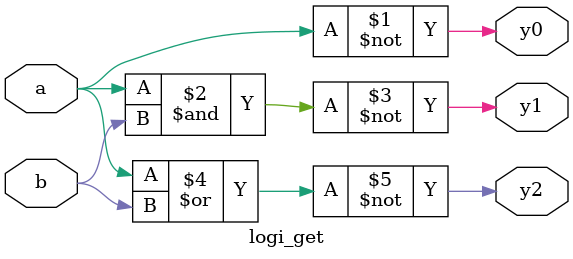
<source format=v>
`timescale 1ns / 1ps


module logi_get(
    input a,
    input b,
    output y0,
    output y1,
    output y2
);

    assign y0 = ~a;
    assign y1 = ~(a & b);
    assign y2 = ~(a | b);

endmodule


</source>
